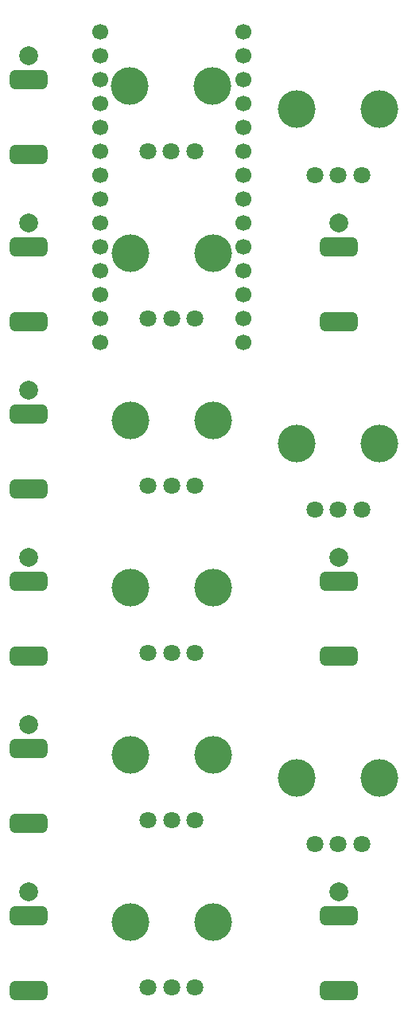
<source format=gts>
G04 #@! TF.GenerationSoftware,KiCad,Pcbnew,(6.0.6)*
G04 #@! TF.CreationDate,2024-09-22T12:15:16+02:00*
G04 #@! TF.ProjectId,VCA_Module,5643415f-4d6f-4647-956c-652e6b696361,rev?*
G04 #@! TF.SameCoordinates,Original*
G04 #@! TF.FileFunction,Soldermask,Top*
G04 #@! TF.FilePolarity,Negative*
%FSLAX46Y46*%
G04 Gerber Fmt 4.6, Leading zero omitted, Abs format (unit mm)*
G04 Created by KiCad (PCBNEW (6.0.6)) date 2024-09-22 12:15:16*
%MOMM*%
%LPD*%
G01*
G04 APERTURE LIST*
G04 Aperture macros list*
%AMRoundRect*
0 Rectangle with rounded corners*
0 $1 Rounding radius*
0 $2 $3 $4 $5 $6 $7 $8 $9 X,Y pos of 4 corners*
0 Add a 4 corners polygon primitive as box body*
4,1,4,$2,$3,$4,$5,$6,$7,$8,$9,$2,$3,0*
0 Add four circle primitives for the rounded corners*
1,1,$1+$1,$2,$3*
1,1,$1+$1,$4,$5*
1,1,$1+$1,$6,$7*
1,1,$1+$1,$8,$9*
0 Add four rect primitives between the rounded corners*
20,1,$1+$1,$2,$3,$4,$5,0*
20,1,$1+$1,$4,$5,$6,$7,0*
20,1,$1+$1,$6,$7,$8,$9,0*
20,1,$1+$1,$8,$9,$2,$3,0*%
G04 Aperture macros list end*
%ADD10C,4.000000*%
%ADD11C,1.800000*%
%ADD12C,2.000000*%
%ADD13RoundRect,0.500000X-1.500000X-0.500000X1.500000X-0.500000X1.500000X0.500000X-1.500000X0.500000X0*%
%ADD14C,1.700000*%
G04 APERTURE END LIST*
D10*
X69215000Y-69185000D03*
X78015000Y-69185000D03*
D11*
X76115000Y-76185000D03*
X73615000Y-76185000D03*
X71115000Y-76185000D03*
D10*
X69215000Y-104745000D03*
X78015000Y-104745000D03*
D11*
X76115000Y-111745000D03*
X73615000Y-111745000D03*
X71115000Y-111745000D03*
D10*
X69215000Y-140305000D03*
X78015000Y-140305000D03*
D11*
X76115000Y-147305000D03*
X73615000Y-147305000D03*
X71115000Y-147305000D03*
D10*
X51480000Y-120015000D03*
X60280000Y-120015000D03*
D11*
X58380000Y-127015000D03*
X55880000Y-127000000D03*
X53380000Y-127015000D03*
D10*
X51480000Y-155575000D03*
X60280000Y-155575000D03*
D11*
X58380000Y-162575000D03*
X55880000Y-162560000D03*
X53380000Y-162575000D03*
D10*
X51435000Y-66660000D03*
X60235000Y-66660000D03*
D11*
X58335000Y-73660000D03*
X55835000Y-73645000D03*
X53335000Y-73660000D03*
D10*
X51480000Y-84455000D03*
X60280000Y-84455000D03*
D11*
X58380000Y-91455000D03*
X55880000Y-91440000D03*
X53380000Y-91455000D03*
D10*
X51480000Y-137795000D03*
X60280000Y-137795000D03*
D11*
X58380000Y-144795000D03*
X55880000Y-144780000D03*
X53380000Y-144795000D03*
D10*
X51480000Y-102235000D03*
X60280000Y-102235000D03*
D11*
X58380000Y-109235000D03*
X55880000Y-109220000D03*
X53380000Y-109235000D03*
D12*
X40640000Y-134620000D03*
D13*
X40640000Y-137160000D03*
X40640000Y-145060000D03*
D12*
X73660000Y-152400000D03*
D13*
X73660000Y-154940000D03*
X73660000Y-162840000D03*
D12*
X40640000Y-99060000D03*
D13*
X40640000Y-101600000D03*
X40640000Y-109500000D03*
D12*
X73660000Y-81280000D03*
D13*
X73660000Y-83820000D03*
X73660000Y-91720000D03*
D12*
X40640000Y-63500000D03*
D13*
X40640000Y-66040000D03*
X40640000Y-73940000D03*
D12*
X40640000Y-81280000D03*
D13*
X40640000Y-83820000D03*
X40640000Y-91720000D03*
D12*
X40640000Y-152400000D03*
D13*
X40640000Y-154940000D03*
X40640000Y-162840000D03*
D12*
X73660000Y-116840000D03*
D13*
X73660000Y-119380000D03*
X73660000Y-127280000D03*
D12*
X40640000Y-116840000D03*
D13*
X40640000Y-119380000D03*
X40640000Y-127280000D03*
D14*
X48260000Y-60960000D03*
X48260000Y-63500000D03*
X48260000Y-66040000D03*
X48260000Y-68580000D03*
X48260000Y-71120000D03*
X48260000Y-73660000D03*
X48260000Y-76200000D03*
X48260000Y-78740000D03*
X48260000Y-81280000D03*
X48260000Y-83820000D03*
X48260000Y-86360000D03*
X48260000Y-88900000D03*
X48260000Y-91440000D03*
X48260000Y-93980000D03*
X63500000Y-93980000D03*
X63500000Y-91440000D03*
X63500000Y-88900000D03*
X63500000Y-86360000D03*
X63500000Y-83820000D03*
X63500000Y-81280000D03*
X63500000Y-78740000D03*
X63500000Y-76200000D03*
X63500000Y-73660000D03*
X63500000Y-71120000D03*
X63500000Y-68580000D03*
X63500000Y-66040000D03*
X63500000Y-63500000D03*
X63500000Y-60960000D03*
M02*

</source>
